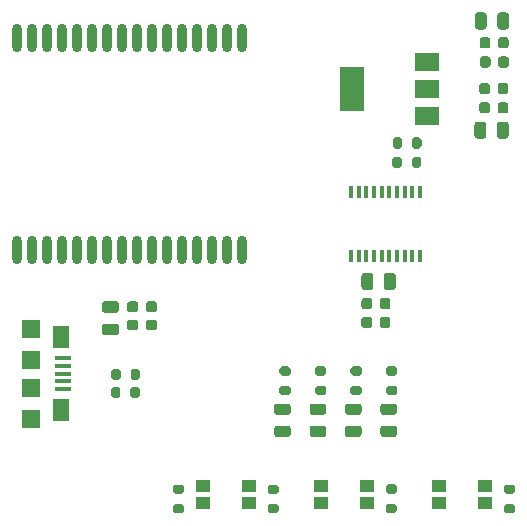
<source format=gbr>
%TF.GenerationSoftware,KiCad,Pcbnew,5.1.9+dfsg1-1~bpo10+1*%
%TF.CreationDate,2021-11-10T17:07:06+01:00*%
%TF.ProjectId,ulx4m-cm4-hat,756c7834-6d2d-4636-9d34-2d6861742e6b,V1.0*%
%TF.SameCoordinates,Original*%
%TF.FileFunction,Paste,Top*%
%TF.FilePolarity,Positive*%
%FSLAX46Y46*%
G04 Gerber Fmt 4.6, Leading zero omitted, Abs format (unit mm)*
G04 Created by KiCad (PCBNEW 5.1.9+dfsg1-1~bpo10+1) date 2021-11-10 17:07:06*
%MOMM*%
%LPD*%
G01*
G04 APERTURE LIST*
%ADD10R,1.150000X1.050000*%
%ADD11R,2.000000X3.800000*%
%ADD12R,2.000000X1.500000*%
%ADD13R,0.400000X1.100000*%
%ADD14O,0.400000X1.100000*%
%ADD15O,0.820000X2.420000*%
%ADD16R,1.346000X1.846000*%
%ADD17R,1.646000X1.646000*%
%ADD18R,1.350000X0.400000*%
%ADD19R,1.646000X1.546000*%
G04 APERTURE END LIST*
%TO.C,C1*%
G36*
G01*
X123125000Y-87075000D02*
X123625000Y-87075000D01*
G75*
G02*
X123850000Y-87300000I0J-225000D01*
G01*
X123850000Y-87750000D01*
G75*
G02*
X123625000Y-87975000I-225000J0D01*
G01*
X123125000Y-87975000D01*
G75*
G02*
X122900000Y-87750000I0J225000D01*
G01*
X122900000Y-87300000D01*
G75*
G02*
X123125000Y-87075000I225000J0D01*
G01*
G37*
G36*
G01*
X123125000Y-85525000D02*
X123625000Y-85525000D01*
G75*
G02*
X123850000Y-85750000I0J-225000D01*
G01*
X123850000Y-86200000D01*
G75*
G02*
X123625000Y-86425000I-225000J0D01*
G01*
X123125000Y-86425000D01*
G75*
G02*
X122900000Y-86200000I0J225000D01*
G01*
X122900000Y-85750000D01*
G75*
G02*
X123125000Y-85525000I225000J0D01*
G01*
G37*
%TD*%
%TO.C,C2*%
G36*
G01*
X124725000Y-85525000D02*
X125225000Y-85525000D01*
G75*
G02*
X125450000Y-85750000I0J-225000D01*
G01*
X125450000Y-86200000D01*
G75*
G02*
X125225000Y-86425000I-225000J0D01*
G01*
X124725000Y-86425000D01*
G75*
G02*
X124500000Y-86200000I0J225000D01*
G01*
X124500000Y-85750000D01*
G75*
G02*
X124725000Y-85525000I225000J0D01*
G01*
G37*
G36*
G01*
X124725000Y-87075000D02*
X125225000Y-87075000D01*
G75*
G02*
X125450000Y-87300000I0J-225000D01*
G01*
X125450000Y-87750000D01*
G75*
G02*
X125225000Y-87975000I-225000J0D01*
G01*
X124725000Y-87975000D01*
G75*
G02*
X124500000Y-87750000I0J225000D01*
G01*
X124500000Y-87300000D01*
G75*
G02*
X124725000Y-87075000I225000J0D01*
G01*
G37*
%TD*%
%TO.C,C3*%
G36*
G01*
X154250000Y-62250000D02*
X154250000Y-61300000D01*
G75*
G02*
X154500000Y-61050000I250000J0D01*
G01*
X155000000Y-61050000D01*
G75*
G02*
X155250000Y-61300000I0J-250000D01*
G01*
X155250000Y-62250000D01*
G75*
G02*
X155000000Y-62500000I-250000J0D01*
G01*
X154500000Y-62500000D01*
G75*
G02*
X154250000Y-62250000I0J250000D01*
G01*
G37*
G36*
G01*
X152350000Y-62250000D02*
X152350000Y-61300000D01*
G75*
G02*
X152600000Y-61050000I250000J0D01*
G01*
X153100000Y-61050000D01*
G75*
G02*
X153350000Y-61300000I0J-250000D01*
G01*
X153350000Y-62250000D01*
G75*
G02*
X153100000Y-62500000I-250000J0D01*
G01*
X152600000Y-62500000D01*
G75*
G02*
X152350000Y-62250000I0J250000D01*
G01*
G37*
%TD*%
%TO.C,C4*%
G36*
G01*
X154310000Y-63880000D02*
X154310000Y-63380000D01*
G75*
G02*
X154535000Y-63155000I225000J0D01*
G01*
X154985000Y-63155000D01*
G75*
G02*
X155210000Y-63380000I0J-225000D01*
G01*
X155210000Y-63880000D01*
G75*
G02*
X154985000Y-64105000I-225000J0D01*
G01*
X154535000Y-64105000D01*
G75*
G02*
X154310000Y-63880000I0J225000D01*
G01*
G37*
G36*
G01*
X152760000Y-63880000D02*
X152760000Y-63380000D01*
G75*
G02*
X152985000Y-63155000I225000J0D01*
G01*
X153435000Y-63155000D01*
G75*
G02*
X153660000Y-63380000I0J-225000D01*
G01*
X153660000Y-63880000D01*
G75*
G02*
X153435000Y-64105000I-225000J0D01*
G01*
X152985000Y-64105000D01*
G75*
G02*
X152760000Y-63880000I0J225000D01*
G01*
G37*
%TD*%
%TO.C,C5*%
G36*
G01*
X152785000Y-65505000D02*
X152785000Y-65005000D01*
G75*
G02*
X153010000Y-64780000I225000J0D01*
G01*
X153460000Y-64780000D01*
G75*
G02*
X153685000Y-65005000I0J-225000D01*
G01*
X153685000Y-65505000D01*
G75*
G02*
X153460000Y-65730000I-225000J0D01*
G01*
X153010000Y-65730000D01*
G75*
G02*
X152785000Y-65505000I0J225000D01*
G01*
G37*
G36*
G01*
X154335000Y-65505000D02*
X154335000Y-65005000D01*
G75*
G02*
X154560000Y-64780000I225000J0D01*
G01*
X155010000Y-64780000D01*
G75*
G02*
X155235000Y-65005000I0J-225000D01*
G01*
X155235000Y-65505000D01*
G75*
G02*
X155010000Y-65730000I-225000J0D01*
G01*
X154560000Y-65730000D01*
G75*
G02*
X154335000Y-65505000I0J225000D01*
G01*
G37*
%TD*%
%TO.C,C6*%
G36*
G01*
X154285000Y-67755000D02*
X154285000Y-67255000D01*
G75*
G02*
X154510000Y-67030000I225000J0D01*
G01*
X154960000Y-67030000D01*
G75*
G02*
X155185000Y-67255000I0J-225000D01*
G01*
X155185000Y-67755000D01*
G75*
G02*
X154960000Y-67980000I-225000J0D01*
G01*
X154510000Y-67980000D01*
G75*
G02*
X154285000Y-67755000I0J225000D01*
G01*
G37*
G36*
G01*
X152735000Y-67755000D02*
X152735000Y-67255000D01*
G75*
G02*
X152960000Y-67030000I225000J0D01*
G01*
X153410000Y-67030000D01*
G75*
G02*
X153635000Y-67255000I0J-225000D01*
G01*
X153635000Y-67755000D01*
G75*
G02*
X153410000Y-67980000I-225000J0D01*
G01*
X152960000Y-67980000D01*
G75*
G02*
X152735000Y-67755000I0J225000D01*
G01*
G37*
%TD*%
%TO.C,C7*%
G36*
G01*
X152735000Y-69380000D02*
X152735000Y-68880000D01*
G75*
G02*
X152960000Y-68655000I225000J0D01*
G01*
X153410000Y-68655000D01*
G75*
G02*
X153635000Y-68880000I0J-225000D01*
G01*
X153635000Y-69380000D01*
G75*
G02*
X153410000Y-69605000I-225000J0D01*
G01*
X152960000Y-69605000D01*
G75*
G02*
X152735000Y-69380000I0J225000D01*
G01*
G37*
G36*
G01*
X154285000Y-69380000D02*
X154285000Y-68880000D01*
G75*
G02*
X154510000Y-68655000I225000J0D01*
G01*
X154960000Y-68655000D01*
G75*
G02*
X155185000Y-68880000I0J-225000D01*
G01*
X155185000Y-69380000D01*
G75*
G02*
X154960000Y-69605000I-225000J0D01*
G01*
X154510000Y-69605000D01*
G75*
G02*
X154285000Y-69380000I0J225000D01*
G01*
G37*
%TD*%
%TO.C,C8*%
G36*
G01*
X152325000Y-71500000D02*
X152325000Y-70550000D01*
G75*
G02*
X152575000Y-70300000I250000J0D01*
G01*
X153075000Y-70300000D01*
G75*
G02*
X153325000Y-70550000I0J-250000D01*
G01*
X153325000Y-71500000D01*
G75*
G02*
X153075000Y-71750000I-250000J0D01*
G01*
X152575000Y-71750000D01*
G75*
G02*
X152325000Y-71500000I0J250000D01*
G01*
G37*
G36*
G01*
X154225000Y-71500000D02*
X154225000Y-70550000D01*
G75*
G02*
X154475000Y-70300000I250000J0D01*
G01*
X154975000Y-70300000D01*
G75*
G02*
X155225000Y-70550000I0J-250000D01*
G01*
X155225000Y-71500000D01*
G75*
G02*
X154975000Y-71750000I-250000J0D01*
G01*
X154475000Y-71750000D01*
G75*
G02*
X154225000Y-71500000I0J250000D01*
G01*
G37*
%TD*%
%TO.C,C9*%
G36*
G01*
X142755000Y-84310000D02*
X142755000Y-83360000D01*
G75*
G02*
X143005000Y-83110000I250000J0D01*
G01*
X143505000Y-83110000D01*
G75*
G02*
X143755000Y-83360000I0J-250000D01*
G01*
X143755000Y-84310000D01*
G75*
G02*
X143505000Y-84560000I-250000J0D01*
G01*
X143005000Y-84560000D01*
G75*
G02*
X142755000Y-84310000I0J250000D01*
G01*
G37*
G36*
G01*
X144655000Y-84310000D02*
X144655000Y-83360000D01*
G75*
G02*
X144905000Y-83110000I250000J0D01*
G01*
X145405000Y-83110000D01*
G75*
G02*
X145655000Y-83360000I0J-250000D01*
G01*
X145655000Y-84310000D01*
G75*
G02*
X145405000Y-84560000I-250000J0D01*
G01*
X144905000Y-84560000D01*
G75*
G02*
X144655000Y-84310000I0J250000D01*
G01*
G37*
%TD*%
%TO.C,C10*%
G36*
G01*
X144305000Y-85960000D02*
X144305000Y-85460000D01*
G75*
G02*
X144530000Y-85235000I225000J0D01*
G01*
X144980000Y-85235000D01*
G75*
G02*
X145205000Y-85460000I0J-225000D01*
G01*
X145205000Y-85960000D01*
G75*
G02*
X144980000Y-86185000I-225000J0D01*
G01*
X144530000Y-86185000D01*
G75*
G02*
X144305000Y-85960000I0J225000D01*
G01*
G37*
G36*
G01*
X142755000Y-85960000D02*
X142755000Y-85460000D01*
G75*
G02*
X142980000Y-85235000I225000J0D01*
G01*
X143430000Y-85235000D01*
G75*
G02*
X143655000Y-85460000I0J-225000D01*
G01*
X143655000Y-85960000D01*
G75*
G02*
X143430000Y-86185000I-225000J0D01*
G01*
X142980000Y-86185000D01*
G75*
G02*
X142755000Y-85960000I0J225000D01*
G01*
G37*
%TD*%
%TO.C,C11*%
G36*
G01*
X142755000Y-87560000D02*
X142755000Y-87060000D01*
G75*
G02*
X142980000Y-86835000I225000J0D01*
G01*
X143430000Y-86835000D01*
G75*
G02*
X143655000Y-87060000I0J-225000D01*
G01*
X143655000Y-87560000D01*
G75*
G02*
X143430000Y-87785000I-225000J0D01*
G01*
X142980000Y-87785000D01*
G75*
G02*
X142755000Y-87560000I0J225000D01*
G01*
G37*
G36*
G01*
X144305000Y-87560000D02*
X144305000Y-87060000D01*
G75*
G02*
X144530000Y-86835000I225000J0D01*
G01*
X144980000Y-86835000D01*
G75*
G02*
X145205000Y-87060000I0J-225000D01*
G01*
X145205000Y-87560000D01*
G75*
G02*
X144980000Y-87785000I-225000J0D01*
G01*
X144530000Y-87785000D01*
G75*
G02*
X144305000Y-87560000I0J225000D01*
G01*
G37*
%TD*%
%TO.C,C21*%
G36*
G01*
X121025000Y-87400000D02*
X121975000Y-87400000D01*
G75*
G02*
X122225000Y-87650000I0J-250000D01*
G01*
X122225000Y-88150000D01*
G75*
G02*
X121975000Y-88400000I-250000J0D01*
G01*
X121025000Y-88400000D01*
G75*
G02*
X120775000Y-88150000I0J250000D01*
G01*
X120775000Y-87650000D01*
G75*
G02*
X121025000Y-87400000I250000J0D01*
G01*
G37*
G36*
G01*
X121025000Y-85500000D02*
X121975000Y-85500000D01*
G75*
G02*
X122225000Y-85750000I0J-250000D01*
G01*
X122225000Y-86250000D01*
G75*
G02*
X121975000Y-86500000I-250000J0D01*
G01*
X121025000Y-86500000D01*
G75*
G02*
X120775000Y-86250000I0J250000D01*
G01*
X120775000Y-85750000D01*
G75*
G02*
X121025000Y-85500000I250000J0D01*
G01*
G37*
%TD*%
%TO.C,D1*%
G36*
G01*
X135603750Y-96040000D02*
X136516250Y-96040000D01*
G75*
G02*
X136760000Y-96283750I0J-243750D01*
G01*
X136760000Y-96771250D01*
G75*
G02*
X136516250Y-97015000I-243750J0D01*
G01*
X135603750Y-97015000D01*
G75*
G02*
X135360000Y-96771250I0J243750D01*
G01*
X135360000Y-96283750D01*
G75*
G02*
X135603750Y-96040000I243750J0D01*
G01*
G37*
G36*
G01*
X135603750Y-94165000D02*
X136516250Y-94165000D01*
G75*
G02*
X136760000Y-94408750I0J-243750D01*
G01*
X136760000Y-94896250D01*
G75*
G02*
X136516250Y-95140000I-243750J0D01*
G01*
X135603750Y-95140000D01*
G75*
G02*
X135360000Y-94896250I0J243750D01*
G01*
X135360000Y-94408750D01*
G75*
G02*
X135603750Y-94165000I243750J0D01*
G01*
G37*
%TD*%
%TO.C,D2*%
G36*
G01*
X138603750Y-94165000D02*
X139516250Y-94165000D01*
G75*
G02*
X139760000Y-94408750I0J-243750D01*
G01*
X139760000Y-94896250D01*
G75*
G02*
X139516250Y-95140000I-243750J0D01*
G01*
X138603750Y-95140000D01*
G75*
G02*
X138360000Y-94896250I0J243750D01*
G01*
X138360000Y-94408750D01*
G75*
G02*
X138603750Y-94165000I243750J0D01*
G01*
G37*
G36*
G01*
X138603750Y-96040000D02*
X139516250Y-96040000D01*
G75*
G02*
X139760000Y-96283750I0J-243750D01*
G01*
X139760000Y-96771250D01*
G75*
G02*
X139516250Y-97015000I-243750J0D01*
G01*
X138603750Y-97015000D01*
G75*
G02*
X138360000Y-96771250I0J243750D01*
G01*
X138360000Y-96283750D01*
G75*
G02*
X138603750Y-96040000I243750J0D01*
G01*
G37*
%TD*%
%TO.C,D3*%
G36*
G01*
X141603750Y-94165000D02*
X142516250Y-94165000D01*
G75*
G02*
X142760000Y-94408750I0J-243750D01*
G01*
X142760000Y-94896250D01*
G75*
G02*
X142516250Y-95140000I-243750J0D01*
G01*
X141603750Y-95140000D01*
G75*
G02*
X141360000Y-94896250I0J243750D01*
G01*
X141360000Y-94408750D01*
G75*
G02*
X141603750Y-94165000I243750J0D01*
G01*
G37*
G36*
G01*
X141603750Y-96040000D02*
X142516250Y-96040000D01*
G75*
G02*
X142760000Y-96283750I0J-243750D01*
G01*
X142760000Y-96771250D01*
G75*
G02*
X142516250Y-97015000I-243750J0D01*
G01*
X141603750Y-97015000D01*
G75*
G02*
X141360000Y-96771250I0J243750D01*
G01*
X141360000Y-96283750D01*
G75*
G02*
X141603750Y-96040000I243750J0D01*
G01*
G37*
%TD*%
%TO.C,D4*%
G36*
G01*
X144603750Y-96040000D02*
X145516250Y-96040000D01*
G75*
G02*
X145760000Y-96283750I0J-243750D01*
G01*
X145760000Y-96771250D01*
G75*
G02*
X145516250Y-97015000I-243750J0D01*
G01*
X144603750Y-97015000D01*
G75*
G02*
X144360000Y-96771250I0J243750D01*
G01*
X144360000Y-96283750D01*
G75*
G02*
X144603750Y-96040000I243750J0D01*
G01*
G37*
G36*
G01*
X144603750Y-94165000D02*
X145516250Y-94165000D01*
G75*
G02*
X145760000Y-94408750I0J-243750D01*
G01*
X145760000Y-94896250D01*
G75*
G02*
X145516250Y-95140000I-243750J0D01*
G01*
X144603750Y-95140000D01*
G75*
G02*
X144360000Y-94896250I0J243750D01*
G01*
X144360000Y-94408750D01*
G75*
G02*
X144603750Y-94165000I243750J0D01*
G01*
G37*
%TD*%
%TO.C,R1*%
G36*
G01*
X136560000Y-93465000D02*
X136010000Y-93465000D01*
G75*
G02*
X135810000Y-93265000I0J200000D01*
G01*
X135810000Y-92865000D01*
G75*
G02*
X136010000Y-92665000I200000J0D01*
G01*
X136560000Y-92665000D01*
G75*
G02*
X136760000Y-92865000I0J-200000D01*
G01*
X136760000Y-93265000D01*
G75*
G02*
X136560000Y-93465000I-200000J0D01*
G01*
G37*
G36*
G01*
X136560000Y-91815000D02*
X136010000Y-91815000D01*
G75*
G02*
X135810000Y-91615000I0J200000D01*
G01*
X135810000Y-91215000D01*
G75*
G02*
X136010000Y-91015000I200000J0D01*
G01*
X136560000Y-91015000D01*
G75*
G02*
X136760000Y-91215000I0J-200000D01*
G01*
X136760000Y-91615000D01*
G75*
G02*
X136560000Y-91815000I-200000J0D01*
G01*
G37*
%TD*%
%TO.C,R2*%
G36*
G01*
X139035000Y-92665000D02*
X139585000Y-92665000D01*
G75*
G02*
X139785000Y-92865000I0J-200000D01*
G01*
X139785000Y-93265000D01*
G75*
G02*
X139585000Y-93465000I-200000J0D01*
G01*
X139035000Y-93465000D01*
G75*
G02*
X138835000Y-93265000I0J200000D01*
G01*
X138835000Y-92865000D01*
G75*
G02*
X139035000Y-92665000I200000J0D01*
G01*
G37*
G36*
G01*
X139035000Y-91015000D02*
X139585000Y-91015000D01*
G75*
G02*
X139785000Y-91215000I0J-200000D01*
G01*
X139785000Y-91615000D01*
G75*
G02*
X139585000Y-91815000I-200000J0D01*
G01*
X139035000Y-91815000D01*
G75*
G02*
X138835000Y-91615000I0J200000D01*
G01*
X138835000Y-91215000D01*
G75*
G02*
X139035000Y-91015000I200000J0D01*
G01*
G37*
%TD*%
%TO.C,R3*%
G36*
G01*
X145550000Y-103465000D02*
X145000000Y-103465000D01*
G75*
G02*
X144800000Y-103265000I0J200000D01*
G01*
X144800000Y-102865000D01*
G75*
G02*
X145000000Y-102665000I200000J0D01*
G01*
X145550000Y-102665000D01*
G75*
G02*
X145750000Y-102865000I0J-200000D01*
G01*
X145750000Y-103265000D01*
G75*
G02*
X145550000Y-103465000I-200000J0D01*
G01*
G37*
G36*
G01*
X145550000Y-101815000D02*
X145000000Y-101815000D01*
G75*
G02*
X144800000Y-101615000I0J200000D01*
G01*
X144800000Y-101215000D01*
G75*
G02*
X145000000Y-101015000I200000J0D01*
G01*
X145550000Y-101015000D01*
G75*
G02*
X145750000Y-101215000I0J-200000D01*
G01*
X145750000Y-101615000D01*
G75*
G02*
X145550000Y-101815000I-200000J0D01*
G01*
G37*
%TD*%
%TO.C,R4*%
G36*
G01*
X155550000Y-101825000D02*
X155000000Y-101825000D01*
G75*
G02*
X154800000Y-101625000I0J200000D01*
G01*
X154800000Y-101225000D01*
G75*
G02*
X155000000Y-101025000I200000J0D01*
G01*
X155550000Y-101025000D01*
G75*
G02*
X155750000Y-101225000I0J-200000D01*
G01*
X155750000Y-101625000D01*
G75*
G02*
X155550000Y-101825000I-200000J0D01*
G01*
G37*
G36*
G01*
X155550000Y-103475000D02*
X155000000Y-103475000D01*
G75*
G02*
X154800000Y-103275000I0J200000D01*
G01*
X154800000Y-102875000D01*
G75*
G02*
X155000000Y-102675000I200000J0D01*
G01*
X155550000Y-102675000D01*
G75*
G02*
X155750000Y-102875000I0J-200000D01*
G01*
X155750000Y-103275000D01*
G75*
G02*
X155550000Y-103475000I-200000J0D01*
G01*
G37*
%TD*%
%TO.C,R5*%
G36*
G01*
X142025000Y-91015000D02*
X142575000Y-91015000D01*
G75*
G02*
X142775000Y-91215000I0J-200000D01*
G01*
X142775000Y-91615000D01*
G75*
G02*
X142575000Y-91815000I-200000J0D01*
G01*
X142025000Y-91815000D01*
G75*
G02*
X141825000Y-91615000I0J200000D01*
G01*
X141825000Y-91215000D01*
G75*
G02*
X142025000Y-91015000I200000J0D01*
G01*
G37*
G36*
G01*
X142025000Y-92665000D02*
X142575000Y-92665000D01*
G75*
G02*
X142775000Y-92865000I0J-200000D01*
G01*
X142775000Y-93265000D01*
G75*
G02*
X142575000Y-93465000I-200000J0D01*
G01*
X142025000Y-93465000D01*
G75*
G02*
X141825000Y-93265000I0J200000D01*
G01*
X141825000Y-92865000D01*
G75*
G02*
X142025000Y-92665000I200000J0D01*
G01*
G37*
%TD*%
%TO.C,R6*%
G36*
G01*
X145035000Y-92665000D02*
X145585000Y-92665000D01*
G75*
G02*
X145785000Y-92865000I0J-200000D01*
G01*
X145785000Y-93265000D01*
G75*
G02*
X145585000Y-93465000I-200000J0D01*
G01*
X145035000Y-93465000D01*
G75*
G02*
X144835000Y-93265000I0J200000D01*
G01*
X144835000Y-92865000D01*
G75*
G02*
X145035000Y-92665000I200000J0D01*
G01*
G37*
G36*
G01*
X145035000Y-91015000D02*
X145585000Y-91015000D01*
G75*
G02*
X145785000Y-91215000I0J-200000D01*
G01*
X145785000Y-91615000D01*
G75*
G02*
X145585000Y-91815000I-200000J0D01*
G01*
X145035000Y-91815000D01*
G75*
G02*
X144835000Y-91615000I0J200000D01*
G01*
X144835000Y-91215000D01*
G75*
G02*
X145035000Y-91015000I200000J0D01*
G01*
G37*
%TD*%
%TO.C,R9*%
G36*
G01*
X147025000Y-74025000D02*
X147025000Y-73475000D01*
G75*
G02*
X147225000Y-73275000I200000J0D01*
G01*
X147625000Y-73275000D01*
G75*
G02*
X147825000Y-73475000I0J-200000D01*
G01*
X147825000Y-74025000D01*
G75*
G02*
X147625000Y-74225000I-200000J0D01*
G01*
X147225000Y-74225000D01*
G75*
G02*
X147025000Y-74025000I0J200000D01*
G01*
G37*
G36*
G01*
X145375000Y-74025000D02*
X145375000Y-73475000D01*
G75*
G02*
X145575000Y-73275000I200000J0D01*
G01*
X145975000Y-73275000D01*
G75*
G02*
X146175000Y-73475000I0J-200000D01*
G01*
X146175000Y-74025000D01*
G75*
G02*
X145975000Y-74225000I-200000J0D01*
G01*
X145575000Y-74225000D01*
G75*
G02*
X145375000Y-74025000I0J200000D01*
G01*
G37*
%TD*%
%TO.C,R34*%
G36*
G01*
X127000000Y-101025000D02*
X127550000Y-101025000D01*
G75*
G02*
X127750000Y-101225000I0J-200000D01*
G01*
X127750000Y-101625000D01*
G75*
G02*
X127550000Y-101825000I-200000J0D01*
G01*
X127000000Y-101825000D01*
G75*
G02*
X126800000Y-101625000I0J200000D01*
G01*
X126800000Y-101225000D01*
G75*
G02*
X127000000Y-101025000I200000J0D01*
G01*
G37*
G36*
G01*
X127000000Y-102675000D02*
X127550000Y-102675000D01*
G75*
G02*
X127750000Y-102875000I0J-200000D01*
G01*
X127750000Y-103275000D01*
G75*
G02*
X127550000Y-103475000I-200000J0D01*
G01*
X127000000Y-103475000D01*
G75*
G02*
X126800000Y-103275000I0J200000D01*
G01*
X126800000Y-102875000D01*
G75*
G02*
X127000000Y-102675000I200000J0D01*
G01*
G37*
%TD*%
%TO.C,R35*%
G36*
G01*
X135550000Y-101825000D02*
X135000000Y-101825000D01*
G75*
G02*
X134800000Y-101625000I0J200000D01*
G01*
X134800000Y-101225000D01*
G75*
G02*
X135000000Y-101025000I200000J0D01*
G01*
X135550000Y-101025000D01*
G75*
G02*
X135750000Y-101225000I0J-200000D01*
G01*
X135750000Y-101625000D01*
G75*
G02*
X135550000Y-101825000I-200000J0D01*
G01*
G37*
G36*
G01*
X135550000Y-103475000D02*
X135000000Y-103475000D01*
G75*
G02*
X134800000Y-103275000I0J200000D01*
G01*
X134800000Y-102875000D01*
G75*
G02*
X135000000Y-102675000I200000J0D01*
G01*
X135550000Y-102675000D01*
G75*
G02*
X135750000Y-102875000I0J-200000D01*
G01*
X135750000Y-103275000D01*
G75*
G02*
X135550000Y-103475000I-200000J0D01*
G01*
G37*
%TD*%
%TO.C,R49*%
G36*
G01*
X124005000Y-91435000D02*
X124005000Y-91985000D01*
G75*
G02*
X123805000Y-92185000I-200000J0D01*
G01*
X123405000Y-92185000D01*
G75*
G02*
X123205000Y-91985000I0J200000D01*
G01*
X123205000Y-91435000D01*
G75*
G02*
X123405000Y-91235000I200000J0D01*
G01*
X123805000Y-91235000D01*
G75*
G02*
X124005000Y-91435000I0J-200000D01*
G01*
G37*
G36*
G01*
X122355000Y-91435000D02*
X122355000Y-91985000D01*
G75*
G02*
X122155000Y-92185000I-200000J0D01*
G01*
X121755000Y-92185000D01*
G75*
G02*
X121555000Y-91985000I0J200000D01*
G01*
X121555000Y-91435000D01*
G75*
G02*
X121755000Y-91235000I200000J0D01*
G01*
X122155000Y-91235000D01*
G75*
G02*
X122355000Y-91435000I0J-200000D01*
G01*
G37*
%TD*%
%TO.C,R50*%
G36*
G01*
X122345000Y-92965000D02*
X122345000Y-93515000D01*
G75*
G02*
X122145000Y-93715000I-200000J0D01*
G01*
X121745000Y-93715000D01*
G75*
G02*
X121545000Y-93515000I0J200000D01*
G01*
X121545000Y-92965000D01*
G75*
G02*
X121745000Y-92765000I200000J0D01*
G01*
X122145000Y-92765000D01*
G75*
G02*
X122345000Y-92965000I0J-200000D01*
G01*
G37*
G36*
G01*
X123995000Y-92965000D02*
X123995000Y-93515000D01*
G75*
G02*
X123795000Y-93715000I-200000J0D01*
G01*
X123395000Y-93715000D01*
G75*
G02*
X123195000Y-93515000I0J200000D01*
G01*
X123195000Y-92965000D01*
G75*
G02*
X123395000Y-92765000I200000J0D01*
G01*
X123795000Y-92765000D01*
G75*
G02*
X123995000Y-92965000I0J-200000D01*
G01*
G37*
%TD*%
%TO.C,R56*%
G36*
G01*
X147845000Y-71835000D02*
X147845000Y-72385000D01*
G75*
G02*
X147645000Y-72585000I-200000J0D01*
G01*
X147245000Y-72585000D01*
G75*
G02*
X147045000Y-72385000I0J200000D01*
G01*
X147045000Y-71835000D01*
G75*
G02*
X147245000Y-71635000I200000J0D01*
G01*
X147645000Y-71635000D01*
G75*
G02*
X147845000Y-71835000I0J-200000D01*
G01*
G37*
G36*
G01*
X146195000Y-71835000D02*
X146195000Y-72385000D01*
G75*
G02*
X145995000Y-72585000I-200000J0D01*
G01*
X145595000Y-72585000D01*
G75*
G02*
X145395000Y-72385000I0J200000D01*
G01*
X145395000Y-71835000D01*
G75*
G02*
X145595000Y-71635000I200000J0D01*
G01*
X145995000Y-71635000D01*
G75*
G02*
X146195000Y-71835000I0J-200000D01*
G01*
G37*
%TD*%
D10*
%TO.C,SW1*%
X133205000Y-102575000D03*
X133205000Y-101125000D03*
X129355000Y-102575000D03*
X129355000Y-101125000D03*
%TD*%
%TO.C,SW2*%
X139355000Y-101135000D03*
X139355000Y-102585000D03*
X143205000Y-101135000D03*
X143205000Y-102585000D03*
%TD*%
%TO.C,SW3*%
X149355000Y-101135000D03*
X149355000Y-102585000D03*
X153205000Y-101135000D03*
X153205000Y-102585000D03*
%TD*%
D11*
%TO.C,U1*%
X141975000Y-67525000D03*
D12*
X148275000Y-67525000D03*
X148275000Y-65225000D03*
X148275000Y-69825000D03*
%TD*%
D13*
%TO.C,U2*%
X141875000Y-81650000D03*
D14*
X142525000Y-81650000D03*
X143175000Y-81650000D03*
X143825000Y-81650000D03*
X144475000Y-81650000D03*
X145125000Y-81650000D03*
X145775000Y-81650000D03*
X146425000Y-81650000D03*
X147075000Y-81650000D03*
X147725000Y-81650000D03*
X147725000Y-76250000D03*
X147075000Y-76250000D03*
X146425000Y-76250000D03*
X145775000Y-76250000D03*
X145125000Y-76250000D03*
X144475000Y-76250000D03*
X143825000Y-76250000D03*
X143175000Y-76250000D03*
X142525000Y-76250000D03*
X141875000Y-76250000D03*
%TD*%
D15*
%TO.C,U9*%
X131405000Y-63200000D03*
X132675000Y-63200000D03*
X132675000Y-81200000D03*
X131405000Y-81200000D03*
X113625000Y-63200000D03*
X114895000Y-63200000D03*
X116165000Y-63200000D03*
X117435000Y-63200000D03*
X118705000Y-63200000D03*
X119975000Y-63200000D03*
X121245000Y-63200000D03*
X122515000Y-63200000D03*
X123785000Y-63200000D03*
X125055000Y-63200000D03*
X126325000Y-63200000D03*
X127595000Y-63200000D03*
X128865000Y-63200000D03*
X130135000Y-63200000D03*
X130135000Y-81200000D03*
X128865000Y-81200000D03*
X127595000Y-81200000D03*
X126325000Y-81200000D03*
X125055000Y-81200000D03*
X123785000Y-81200000D03*
X122515000Y-81200000D03*
X121245000Y-81200000D03*
X119975000Y-81200000D03*
X118705000Y-81200000D03*
X117435000Y-81200000D03*
X116165000Y-81200000D03*
X114895000Y-81200000D03*
X113625000Y-81200000D03*
%TD*%
D16*
%TO.C,US1*%
X117330000Y-88550000D03*
X117330000Y-94750000D03*
D17*
X114780000Y-90450000D03*
X114780000Y-92850000D03*
D18*
X117455000Y-90350000D03*
X117455000Y-91000000D03*
X117455000Y-91650000D03*
X117455000Y-92300000D03*
X117455000Y-92950000D03*
D19*
X114780000Y-87850000D03*
X114780000Y-95450000D03*
%TD*%
M02*

</source>
